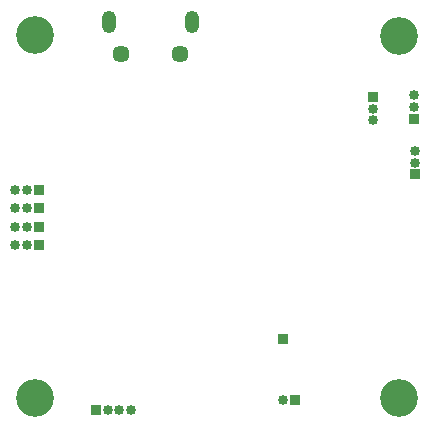
<source format=gbr>
%TF.GenerationSoftware,KiCad,Pcbnew,6.0.7-f9a2dced07~116~ubuntu22.04.1*%
%TF.CreationDate,2022-08-22T17:29:25+02:00*%
%TF.ProjectId,DroneHardware,44726f6e-6548-4617-9264-776172652e6b,rev?*%
%TF.SameCoordinates,Original*%
%TF.FileFunction,Soldermask,Bot*%
%TF.FilePolarity,Negative*%
%FSLAX46Y46*%
G04 Gerber Fmt 4.6, Leading zero omitted, Abs format (unit mm)*
G04 Created by KiCad (PCBNEW 6.0.7-f9a2dced07~116~ubuntu22.04.1) date 2022-08-22 17:29:25*
%MOMM*%
%LPD*%
G01*
G04 APERTURE LIST*
%ADD10R,0.850000X0.850000*%
%ADD11O,0.850000X0.850000*%
%ADD12O,1.200000X1.900000*%
%ADD13C,1.450000*%
%ADD14C,3.200000*%
G04 APERTURE END LIST*
D10*
%TO.C,J208*%
X130890000Y-103460000D03*
D11*
X129890000Y-103460000D03*
X128890000Y-103460000D03*
%TD*%
D10*
%TO.C,J210*%
X162620000Y-92810000D03*
D11*
X162620000Y-91810000D03*
X162620000Y-90810000D03*
%TD*%
D10*
%TO.C,J202*%
X152600000Y-116620000D03*
D11*
X151600000Y-116620000D03*
%TD*%
D12*
%TO.C,J201*%
X143860000Y-84562500D03*
D13*
X137860000Y-87262500D03*
X142860000Y-87262500D03*
D12*
X136860000Y-84562500D03*
%TD*%
D10*
%TO.C,J207*%
X130890000Y-101920000D03*
D11*
X129890000Y-101920000D03*
X128890000Y-101920000D03*
%TD*%
D10*
%TO.C,J209*%
X162720000Y-97490000D03*
D11*
X162720000Y-96490000D03*
X162720000Y-95490000D03*
%TD*%
D14*
%TO.C,H201*%
X161380000Y-116420000D03*
%TD*%
D10*
%TO.C,J206*%
X130890000Y-100370000D03*
D11*
X129890000Y-100370000D03*
X128890000Y-100370000D03*
%TD*%
D14*
%TO.C,H203*%
X161390000Y-85770000D03*
%TD*%
%TO.C,H204*%
X130590000Y-85690000D03*
%TD*%
D10*
%TO.C,J211*%
X159220000Y-90920000D03*
D11*
X159220000Y-91920000D03*
X159220000Y-92920000D03*
%TD*%
D14*
%TO.C,H202*%
X130570000Y-116420000D03*
%TD*%
D10*
%TO.C,J205*%
X130890000Y-98830000D03*
D11*
X129890000Y-98830000D03*
X128890000Y-98830000D03*
%TD*%
D10*
%TO.C,J101*%
X151560000Y-111440000D03*
%TD*%
%TO.C,J102*%
X135710000Y-117410000D03*
D11*
X136710000Y-117410000D03*
X137710000Y-117410000D03*
X138710000Y-117410000D03*
%TD*%
M02*

</source>
